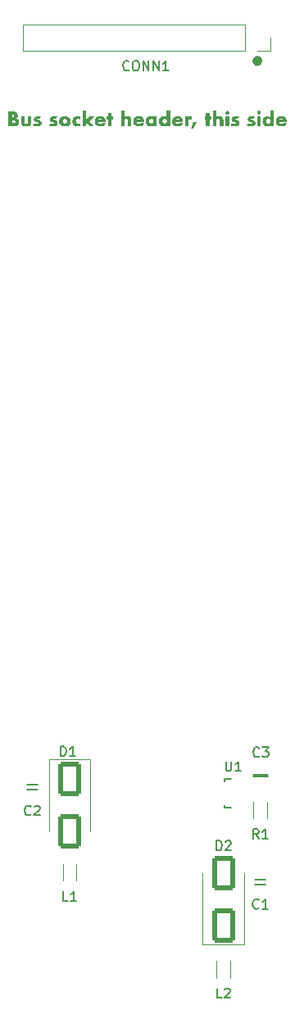
<source format=gbr>
%TF.GenerationSoftware,KiCad,Pcbnew,9.0.6*%
%TF.CreationDate,2025-12-17T11:15:49-05:00*%
%TF.ProjectId,lichen-crustose-processing-board,6c696368-656e-42d6-9372-7573746f7365,1.0*%
%TF.SameCoordinates,Original*%
%TF.FileFunction,Legend,Top*%
%TF.FilePolarity,Positive*%
%FSLAX46Y46*%
G04 Gerber Fmt 4.6, Leading zero omitted, Abs format (unit mm)*
G04 Created by KiCad (PCBNEW 9.0.6) date 2025-12-17 11:15:49*
%MOMM*%
%LPD*%
G01*
G04 APERTURE LIST*
G04 Aperture macros list*
%AMRoundRect*
0 Rectangle with rounded corners*
0 $1 Rounding radius*
0 $2 $3 $4 $5 $6 $7 $8 $9 X,Y pos of 4 corners*
0 Add a 4 corners polygon primitive as box body*
4,1,4,$2,$3,$4,$5,$6,$7,$8,$9,$2,$3,0*
0 Add four circle primitives for the rounded corners*
1,1,$1+$1,$2,$3*
1,1,$1+$1,$4,$5*
1,1,$1+$1,$6,$7*
1,1,$1+$1,$8,$9*
0 Add four rect primitives between the rounded corners*
20,1,$1+$1,$2,$3,$4,$5,0*
20,1,$1+$1,$4,$5,$6,$7,0*
20,1,$1+$1,$6,$7,$8,$9,0*
20,1,$1+$1,$8,$9,$2,$3,0*%
G04 Aperture macros list end*
%ADD10C,0.550000*%
%ADD11C,0.250000*%
%ADD12C,0.150000*%
%ADD13C,0.152400*%
%ADD14C,0.120000*%
%ADD15C,0.125000*%
%ADD16R,1.300000X0.700000*%
%ADD17RoundRect,0.250000X0.900000X-1.500000X0.900000X1.500000X-0.900000X1.500000X-0.900000X-1.500000X0*%
%ADD18R,1.000000X1.000000*%
%ADD19C,4.400000*%
%ADD20R,1.700000X1.700000*%
%ADD21C,1.700000*%
%ADD22RoundRect,0.250000X-0.900000X1.500000X-0.900000X-1.500000X0.900000X-1.500000X0.900000X1.500000X0*%
%ADD23R,0.800100X0.800100*%
%ADD24C,2.540000*%
%ADD25R,1.200000X1.200000*%
%ADD26C,1.200000*%
%ADD27R,1.800000X1.800000*%
%ADD28C,1.800000*%
%ADD29C,2.032000*%
G04 APERTURE END LIST*
D10*
X136925000Y-114900000D02*
G75*
G02*
X136375000Y-114900000I-275000J0D01*
G01*
X136375000Y-114900000D02*
G75*
G02*
X136925000Y-114900000I275000J0D01*
G01*
D11*
G36*
X111578467Y-120155491D02*
G01*
X111661885Y-120175282D01*
X111729800Y-120206000D01*
X111784916Y-120246997D01*
X111829544Y-120299455D01*
X111862265Y-120362698D01*
X111882998Y-120438941D01*
X111890405Y-120531150D01*
X111885511Y-120605348D01*
X111871883Y-120666770D01*
X111850654Y-120717592D01*
X111820246Y-120763479D01*
X111780275Y-120805133D01*
X111729522Y-120842828D01*
X111808169Y-120863439D01*
X111870230Y-120890870D01*
X111923558Y-120927427D01*
X111964691Y-120970286D01*
X111995858Y-121020114D01*
X112016837Y-121076202D01*
X112028611Y-121136275D01*
X112032652Y-121201608D01*
X112023216Y-121301566D01*
X111996406Y-121386000D01*
X111952607Y-121460226D01*
X111894423Y-121521237D01*
X111822998Y-121568562D01*
X111734651Y-121603559D01*
X111637192Y-121623817D01*
X111523076Y-121631000D01*
X110905618Y-121631000D01*
X110905618Y-121330092D01*
X111288590Y-121330092D01*
X111373050Y-121330092D01*
X111470522Y-121324884D01*
X111537313Y-121311611D01*
X111581291Y-121293077D01*
X111615960Y-121263727D01*
X111636775Y-121225124D01*
X111644208Y-121174168D01*
X111636770Y-121123158D01*
X111615952Y-121084560D01*
X111581291Y-121055258D01*
X111537313Y-121036724D01*
X111470522Y-121023452D01*
X111373050Y-121018243D01*
X111288590Y-121018243D01*
X111288590Y-121330092D01*
X110905618Y-121330092D01*
X110905618Y-120733749D01*
X111288590Y-120733749D01*
X111359457Y-120733749D01*
X111430999Y-120726559D01*
X111480102Y-120707770D01*
X111512940Y-120679540D01*
X111532984Y-120641041D01*
X111540258Y-120588681D01*
X111532988Y-120536396D01*
X111512953Y-120497945D01*
X111480121Y-120469743D01*
X111431016Y-120450969D01*
X111359457Y-120443784D01*
X111288590Y-120443784D01*
X111288590Y-120733749D01*
X110905618Y-120733749D01*
X110905618Y-120148348D01*
X111476144Y-120148348D01*
X111578467Y-120155491D01*
G37*
G36*
X112583859Y-120624328D02*
G01*
X112583859Y-121192547D01*
X112592077Y-121263746D01*
X112614007Y-121314011D01*
X112648139Y-121348949D01*
X112696552Y-121371099D01*
X112764403Y-121379332D01*
X112832255Y-121371099D01*
X112880668Y-121348949D01*
X112914800Y-121314011D01*
X112936729Y-121263746D01*
X112944948Y-121192547D01*
X112944948Y-120624328D01*
X113300565Y-120624328D01*
X113300565Y-121260678D01*
X113291267Y-121361038D01*
X113265193Y-121443333D01*
X113223659Y-121511214D01*
X113166012Y-121567142D01*
X113097398Y-121608591D01*
X113010405Y-121640562D01*
X112900997Y-121661604D01*
X112764403Y-121669297D01*
X112627810Y-121661604D01*
X112518402Y-121640562D01*
X112431409Y-121608591D01*
X112362795Y-121567142D01*
X112305148Y-121511214D01*
X112263614Y-121443333D01*
X112237540Y-121361038D01*
X112228241Y-121260678D01*
X112228241Y-120624328D01*
X112583859Y-120624328D01*
G37*
G36*
X114207903Y-120883348D02*
G01*
X114140993Y-120854303D01*
X114077063Y-120837635D01*
X114015220Y-120832228D01*
X113969173Y-120837535D01*
X113935548Y-120851889D01*
X113912558Y-120875283D01*
X113905115Y-120904975D01*
X113909988Y-120933442D01*
X113931616Y-120954044D01*
X113980769Y-120971825D01*
X114066254Y-120991486D01*
X114161627Y-121018228D01*
X114233466Y-121053631D01*
X114286464Y-121096547D01*
X114326404Y-121150762D01*
X114350709Y-121214379D01*
X114359211Y-121290085D01*
X114350139Y-121375153D01*
X114323906Y-121449173D01*
X114281733Y-121514232D01*
X114225769Y-121568083D01*
X114158076Y-121610088D01*
X114074717Y-121642711D01*
X113983759Y-121662417D01*
X113880581Y-121669297D01*
X113780753Y-121662368D01*
X113681036Y-121641419D01*
X113580562Y-121605827D01*
X113478545Y-121554490D01*
X113607798Y-121304019D01*
X113711209Y-121363573D01*
X113804881Y-121396368D01*
X113891352Y-121406687D01*
X113937452Y-121400900D01*
X113972050Y-121384974D01*
X113995990Y-121359813D01*
X114003594Y-121329750D01*
X113998636Y-121297181D01*
X113977948Y-121273501D01*
X113931701Y-121253840D01*
X113852029Y-121235033D01*
X113743461Y-121205817D01*
X113669249Y-121172092D01*
X113620878Y-121135443D01*
X113585222Y-121087587D01*
X113562954Y-121027886D01*
X113554969Y-120952933D01*
X113563054Y-120871152D01*
X113586342Y-120800085D01*
X113624603Y-120737278D01*
X113676614Y-120684766D01*
X113740292Y-120643490D01*
X113818775Y-120611762D01*
X113905051Y-120592718D01*
X114004278Y-120586031D01*
X114114088Y-120593223D01*
X114221681Y-120614774D01*
X114327924Y-120651000D01*
X114207903Y-120883348D01*
G37*
G36*
X115871099Y-120883348D02*
G01*
X115804189Y-120854303D01*
X115740259Y-120837635D01*
X115678416Y-120832228D01*
X115632369Y-120837535D01*
X115598744Y-120851889D01*
X115575754Y-120875283D01*
X115568311Y-120904975D01*
X115573184Y-120933442D01*
X115594812Y-120954044D01*
X115643965Y-120971825D01*
X115729450Y-120991486D01*
X115824823Y-121018228D01*
X115896662Y-121053631D01*
X115949660Y-121096547D01*
X115989600Y-121150762D01*
X116013905Y-121214379D01*
X116022408Y-121290085D01*
X116013335Y-121375153D01*
X115987102Y-121449173D01*
X115944929Y-121514232D01*
X115888965Y-121568083D01*
X115821272Y-121610088D01*
X115737913Y-121642711D01*
X115646955Y-121662417D01*
X115543777Y-121669297D01*
X115443950Y-121662368D01*
X115344232Y-121641419D01*
X115243758Y-121605827D01*
X115141741Y-121554490D01*
X115270994Y-121304019D01*
X115374405Y-121363573D01*
X115468077Y-121396368D01*
X115554548Y-121406687D01*
X115600648Y-121400900D01*
X115635246Y-121384974D01*
X115659186Y-121359813D01*
X115666790Y-121329750D01*
X115661832Y-121297181D01*
X115641144Y-121273501D01*
X115594897Y-121253840D01*
X115515225Y-121235033D01*
X115406657Y-121205817D01*
X115332445Y-121172092D01*
X115284074Y-121135443D01*
X115248419Y-121087587D01*
X115226150Y-121027886D01*
X115218165Y-120952933D01*
X115226250Y-120871152D01*
X115249538Y-120800085D01*
X115287799Y-120737278D01*
X115339810Y-120684766D01*
X115403488Y-120643490D01*
X115481971Y-120611762D01*
X115568247Y-120592718D01*
X115667474Y-120586031D01*
X115777285Y-120593223D01*
X115884877Y-120614774D01*
X115991120Y-120651000D01*
X115871099Y-120883348D01*
G37*
G36*
X116889438Y-120596349D02*
G01*
X117003348Y-120626380D01*
X117107578Y-120675094D01*
X117195176Y-120738451D01*
X117245328Y-120789357D01*
X117287289Y-120846161D01*
X117321438Y-120909421D01*
X117346182Y-120976896D01*
X117361307Y-121049671D01*
X117366488Y-121128690D01*
X117361196Y-121207608D01*
X117345737Y-121280349D01*
X117320412Y-121347873D01*
X117265728Y-121440406D01*
X117194150Y-121518843D01*
X117138032Y-121562438D01*
X117074078Y-121599497D01*
X117001382Y-121629974D01*
X116885576Y-121659236D01*
X116757664Y-121669297D01*
X116631785Y-121659214D01*
X116518733Y-121629974D01*
X116448087Y-121599520D01*
X116385409Y-121562173D01*
X116329897Y-121517903D01*
X116281014Y-121466420D01*
X116239671Y-121408637D01*
X116205602Y-121343941D01*
X116180912Y-121275157D01*
X116165760Y-121200436D01*
X116160927Y-121124672D01*
X116534890Y-121124672D01*
X116539646Y-121174245D01*
X116553440Y-121218192D01*
X116575149Y-121258066D01*
X116602338Y-121292051D01*
X116635416Y-121320014D01*
X116674658Y-121341291D01*
X116717772Y-121354534D01*
X116763562Y-121358986D01*
X116809341Y-121354532D01*
X116852381Y-121341291D01*
X116891679Y-121320005D01*
X116924702Y-121292051D01*
X116951939Y-121258057D01*
X116973599Y-121218192D01*
X116987440Y-121174502D01*
X116992149Y-121126638D01*
X116987488Y-121080554D01*
X116973599Y-121037135D01*
X116951939Y-120997271D01*
X116924702Y-120963276D01*
X116891679Y-120935323D01*
X116852381Y-120914037D01*
X116809341Y-120900795D01*
X116763562Y-120896341D01*
X116717772Y-120900794D01*
X116674658Y-120914037D01*
X116635416Y-120935314D01*
X116602338Y-120963276D01*
X116575093Y-120997113D01*
X116553440Y-121036195D01*
X116539575Y-121078735D01*
X116534890Y-121124672D01*
X116160927Y-121124672D01*
X116160551Y-121118773D01*
X116165646Y-121045068D01*
X116180684Y-120975542D01*
X116205602Y-120909421D01*
X116259410Y-120818564D01*
X116330837Y-120740417D01*
X116417622Y-120676876D01*
X116521725Y-120627320D01*
X116596499Y-120604676D01*
X116676816Y-120590788D01*
X116763477Y-120586031D01*
X116889438Y-120596349D01*
G37*
G36*
X118331186Y-120950026D02*
G01*
X118267155Y-120914094D01*
X118205069Y-120893600D01*
X118143718Y-120886938D01*
X118093669Y-120891441D01*
X118047975Y-120904633D01*
X118006203Y-120926110D01*
X117970012Y-120954899D01*
X117940276Y-120990274D01*
X117917695Y-121031835D01*
X117903815Y-121078072D01*
X117898974Y-121131425D01*
X117903769Y-121182988D01*
X117917695Y-121228964D01*
X117940088Y-121270576D01*
X117969072Y-121305815D01*
X118004558Y-121334450D01*
X118046949Y-121356080D01*
X118093529Y-121369359D01*
X118143718Y-121373861D01*
X118208481Y-121366382D01*
X118270500Y-121343828D01*
X118331186Y-121304874D01*
X118331186Y-121606978D01*
X118242087Y-121639428D01*
X118159362Y-121657901D01*
X118081912Y-121663826D01*
X117974281Y-121654405D01*
X117872901Y-121626469D01*
X117779399Y-121580805D01*
X117698255Y-121519271D01*
X117630599Y-121442905D01*
X117577551Y-121351976D01*
X117552805Y-121285657D01*
X117537631Y-121213534D01*
X117532415Y-121134588D01*
X117537390Y-121055433D01*
X117551898Y-120982589D01*
X117575584Y-120915148D01*
X117626922Y-120822225D01*
X117693297Y-120744007D01*
X117774307Y-120680516D01*
X117870935Y-120631851D01*
X117976850Y-120601738D01*
X118091657Y-120591502D01*
X118176729Y-120597757D01*
X118256224Y-120616169D01*
X118331186Y-120646640D01*
X118331186Y-120950026D01*
G37*
G36*
X118935736Y-120000630D02*
G01*
X118935736Y-120987383D01*
X119308109Y-120624328D01*
X119794177Y-120624328D01*
X119290413Y-121089367D01*
X119823583Y-121631000D01*
X119325719Y-121631000D01*
X118935736Y-121220842D01*
X118935736Y-121631000D01*
X118580119Y-121631000D01*
X118580119Y-120000630D01*
X118935736Y-120000630D01*
G37*
G36*
X120529750Y-120596006D02*
G01*
X120635776Y-120624414D01*
X120701037Y-120654227D01*
X120758228Y-120691228D01*
X120808200Y-120735544D01*
X120850951Y-120786865D01*
X120886851Y-120845878D01*
X120915911Y-120913524D01*
X120943470Y-121022861D01*
X120953182Y-121150488D01*
X120953182Y-121187845D01*
X120209121Y-121187845D01*
X120216137Y-121263396D01*
X120235037Y-121319747D01*
X120264020Y-121361445D01*
X120303362Y-121391430D01*
X120355360Y-121410597D01*
X120423945Y-121417629D01*
X120479248Y-121411445D01*
X120525453Y-121393815D01*
X120564580Y-121364916D01*
X120597736Y-121323339D01*
X120939505Y-121323339D01*
X120902985Y-121416090D01*
X120855381Y-121491936D01*
X120796768Y-121553365D01*
X120726206Y-121601911D01*
X120641814Y-121638032D01*
X120540912Y-121661069D01*
X120420183Y-121669297D01*
X120296483Y-121659410D01*
X120186980Y-121630914D01*
X120087811Y-121583882D01*
X120005752Y-121521835D01*
X119939117Y-121444483D01*
X119889150Y-121352746D01*
X119866685Y-121286052D01*
X119852818Y-121213007D01*
X119848032Y-121132622D01*
X119852611Y-121049389D01*
X119864799Y-120979946D01*
X120218866Y-120979946D01*
X120623125Y-120979946D01*
X120606936Y-120933028D01*
X120582914Y-120893694D01*
X120550804Y-120860780D01*
X120512291Y-120836047D01*
X120468513Y-120821024D01*
X120418046Y-120815815D01*
X120364921Y-120820964D01*
X120320953Y-120835486D01*
X120284262Y-120858814D01*
X120254623Y-120890529D01*
X120232791Y-120930315D01*
X120218866Y-120979946D01*
X119864799Y-120979946D01*
X119865842Y-120974006D01*
X119887184Y-120905488D01*
X119917470Y-120840612D01*
X119954673Y-120783545D01*
X119998913Y-120733493D01*
X120078136Y-120671366D01*
X120174243Y-120624414D01*
X120281400Y-120596023D01*
X120406506Y-120586031D01*
X120529750Y-120596006D01*
G37*
G36*
X121561835Y-120919764D02*
G01*
X121561835Y-121631000D01*
X121206218Y-121631000D01*
X121206218Y-120919764D01*
X121091326Y-120919764D01*
X121091326Y-120624328D01*
X121206218Y-120624328D01*
X121206218Y-120323421D01*
X121561835Y-120323421D01*
X121561835Y-120624328D01*
X121764264Y-120624328D01*
X121764264Y-120919764D01*
X121561835Y-120919764D01*
G37*
G36*
X122564403Y-120000630D02*
G01*
X122920021Y-120000630D01*
X122920021Y-120752556D01*
X122971688Y-120696827D01*
X123020456Y-120657981D01*
X123066970Y-120633048D01*
X123145491Y-120610520D01*
X123241530Y-120602444D01*
X123336344Y-120609921D01*
X123413753Y-120630726D01*
X123477041Y-120663329D01*
X123528674Y-120707505D01*
X123569909Y-120762496D01*
X123600084Y-120826820D01*
X123619068Y-120902266D01*
X123625785Y-120991144D01*
X123625785Y-121631000D01*
X123270168Y-121631000D01*
X123270168Y-121123817D01*
X123266854Y-121051164D01*
X123258371Y-121000548D01*
X123242076Y-120957725D01*
X123219218Y-120928056D01*
X123185972Y-120905319D01*
X123148595Y-120891648D01*
X123105865Y-120886938D01*
X123048223Y-120893481D01*
X123003216Y-120911648D01*
X122967893Y-120940794D01*
X122942413Y-120979433D01*
X122926020Y-121029568D01*
X122920021Y-121094496D01*
X122920021Y-121631000D01*
X122564403Y-121631000D01*
X122564403Y-120000630D01*
G37*
G36*
X124508564Y-120596006D02*
G01*
X124614590Y-120624414D01*
X124679850Y-120654227D01*
X124737041Y-120691228D01*
X124787013Y-120735544D01*
X124829765Y-120786865D01*
X124865664Y-120845878D01*
X124894724Y-120913524D01*
X124922284Y-121022861D01*
X124931996Y-121150488D01*
X124931996Y-121187845D01*
X124187934Y-121187845D01*
X124194951Y-121263396D01*
X124213851Y-121319747D01*
X124242834Y-121361445D01*
X124282176Y-121391430D01*
X124334174Y-121410597D01*
X124402758Y-121417629D01*
X124458061Y-121411445D01*
X124504267Y-121393815D01*
X124543394Y-121364916D01*
X124576549Y-121323339D01*
X124918318Y-121323339D01*
X124881799Y-121416090D01*
X124834194Y-121491936D01*
X124775582Y-121553365D01*
X124705020Y-121601911D01*
X124620627Y-121638032D01*
X124519726Y-121661069D01*
X124398997Y-121669297D01*
X124275297Y-121659410D01*
X124165794Y-121630914D01*
X124066625Y-121583882D01*
X123984566Y-121521835D01*
X123917931Y-121444483D01*
X123867964Y-121352746D01*
X123845499Y-121286052D01*
X123831632Y-121213007D01*
X123826846Y-121132622D01*
X123831425Y-121049389D01*
X123843613Y-120979946D01*
X124197680Y-120979946D01*
X124601938Y-120979946D01*
X124585749Y-120933028D01*
X124561728Y-120893694D01*
X124529618Y-120860780D01*
X124491104Y-120836047D01*
X124447327Y-120821024D01*
X124396860Y-120815815D01*
X124343735Y-120820964D01*
X124299767Y-120835486D01*
X124263076Y-120858814D01*
X124233437Y-120890529D01*
X124211605Y-120930315D01*
X124197680Y-120979946D01*
X123843613Y-120979946D01*
X123844656Y-120974006D01*
X123865998Y-120905488D01*
X123896284Y-120840612D01*
X123933487Y-120783545D01*
X123977727Y-120733493D01*
X124056949Y-120671366D01*
X124153057Y-120624414D01*
X124260214Y-120596023D01*
X124385319Y-120586031D01*
X124508564Y-120596006D01*
G37*
G36*
X125689932Y-120600085D02*
G01*
X125771100Y-120624958D01*
X125843955Y-120665874D01*
X125909944Y-120724004D01*
X125909944Y-120624328D01*
X126265562Y-120624328D01*
X126265562Y-121631000D01*
X125909944Y-121631000D01*
X125909944Y-121519613D01*
X125847929Y-121582828D01*
X125777296Y-121627248D01*
X125696317Y-121654378D01*
X125602284Y-121663826D01*
X125495846Y-121653522D01*
X125400368Y-121623477D01*
X125314124Y-121574990D01*
X125239742Y-121510380D01*
X125179114Y-121431729D01*
X125132971Y-121339239D01*
X125104538Y-121237660D01*
X125094759Y-121124672D01*
X125461319Y-121124672D01*
X125465820Y-121172662D01*
X125479014Y-121216397D01*
X125500094Y-121256313D01*
X125527228Y-121290427D01*
X125560497Y-121318396D01*
X125600061Y-121339752D01*
X125643700Y-121352949D01*
X125691530Y-121357448D01*
X125737654Y-121352993D01*
X125781033Y-121339752D01*
X125820581Y-121318392D01*
X125853781Y-121290427D01*
X125881252Y-121256506D01*
X125903020Y-121217423D01*
X125917017Y-121174717D01*
X125921741Y-121128690D01*
X125917034Y-121082379D01*
X125903020Y-121038845D01*
X125881187Y-120998914D01*
X125853781Y-120964900D01*
X125820578Y-120936955D01*
X125781033Y-120915661D01*
X125737650Y-120902355D01*
X125691530Y-120897880D01*
X125643704Y-120902400D01*
X125600061Y-120915661D01*
X125560500Y-120936950D01*
X125527228Y-120964900D01*
X125499986Y-120998647D01*
X125479014Y-121036964D01*
X125465817Y-121078741D01*
X125461319Y-121124672D01*
X125094759Y-121124672D01*
X125104141Y-121018694D01*
X125131945Y-120919080D01*
X125176898Y-120827295D01*
X125235810Y-120748965D01*
X125308531Y-120683951D01*
X125394555Y-120633817D01*
X125457232Y-120610574D01*
X125524867Y-120596369D01*
X125598351Y-120591502D01*
X125689932Y-120600085D01*
G37*
G36*
X127638793Y-121631000D02*
G01*
X127283175Y-121631000D01*
X127283175Y-121519613D01*
X127221160Y-121582828D01*
X127150527Y-121627248D01*
X127069548Y-121654378D01*
X126975515Y-121663826D01*
X126903243Y-121659097D01*
X126836207Y-121645254D01*
X126773599Y-121622536D01*
X126687315Y-121573251D01*
X126612973Y-121508414D01*
X126552345Y-121429763D01*
X126506202Y-121337273D01*
X126477728Y-121235947D01*
X126467990Y-121124672D01*
X126834550Y-121124672D01*
X126839051Y-121172662D01*
X126852245Y-121216397D01*
X126873325Y-121256313D01*
X126900459Y-121290427D01*
X126933728Y-121318396D01*
X126973292Y-121339752D01*
X127016931Y-121352949D01*
X127064761Y-121357448D01*
X127110885Y-121352993D01*
X127154264Y-121339752D01*
X127193812Y-121318392D01*
X127227012Y-121290427D01*
X127254483Y-121256506D01*
X127276251Y-121217423D01*
X127290248Y-121174717D01*
X127294972Y-121128690D01*
X127290265Y-121082379D01*
X127276251Y-121038845D01*
X127254418Y-120998914D01*
X127227012Y-120964900D01*
X127193809Y-120936955D01*
X127154264Y-120915661D01*
X127110881Y-120902355D01*
X127064761Y-120897880D01*
X127018641Y-120902355D01*
X126975258Y-120915661D01*
X126935698Y-120936950D01*
X126902425Y-120964900D01*
X126874974Y-120998609D01*
X126853271Y-121036964D01*
X126839298Y-121078792D01*
X126834550Y-121124672D01*
X126467990Y-121124672D01*
X126477141Y-121018654D01*
X126504236Y-120919080D01*
X126548394Y-120827330D01*
X126607074Y-120748965D01*
X126679948Y-120684010D01*
X126766760Y-120633817D01*
X126830099Y-120610546D01*
X126898090Y-120596354D01*
X126971582Y-120591502D01*
X127063217Y-120600034D01*
X127144407Y-120624753D01*
X127217244Y-120665387D01*
X127283175Y-120723063D01*
X127283175Y-120000630D01*
X127638793Y-120000630D01*
X127638793Y-121631000D01*
G37*
G36*
X128522939Y-120596006D02*
G01*
X128628965Y-120624414D01*
X128694226Y-120654227D01*
X128751417Y-120691228D01*
X128801389Y-120735544D01*
X128844140Y-120786865D01*
X128880040Y-120845878D01*
X128909100Y-120913524D01*
X128936659Y-121022861D01*
X128946371Y-121150488D01*
X128946371Y-121187845D01*
X128202310Y-121187845D01*
X128209326Y-121263396D01*
X128228226Y-121319747D01*
X128257209Y-121361445D01*
X128296551Y-121391430D01*
X128348549Y-121410597D01*
X128417134Y-121417629D01*
X128472437Y-121411445D01*
X128518642Y-121393815D01*
X128557769Y-121364916D01*
X128590925Y-121323339D01*
X128932694Y-121323339D01*
X128896174Y-121416090D01*
X128848570Y-121491936D01*
X128789957Y-121553365D01*
X128719395Y-121601911D01*
X128635003Y-121638032D01*
X128534101Y-121661069D01*
X128413372Y-121669297D01*
X128289672Y-121659410D01*
X128180169Y-121630914D01*
X128081001Y-121583882D01*
X127998941Y-121521835D01*
X127932306Y-121444483D01*
X127882340Y-121352746D01*
X127859875Y-121286052D01*
X127846007Y-121213007D01*
X127841221Y-121132622D01*
X127845800Y-121049389D01*
X127857988Y-120979946D01*
X128212055Y-120979946D01*
X128616314Y-120979946D01*
X128600125Y-120933028D01*
X128576104Y-120893694D01*
X128543993Y-120860780D01*
X128505480Y-120836047D01*
X128461702Y-120821024D01*
X128411235Y-120815815D01*
X128358111Y-120820964D01*
X128314142Y-120835486D01*
X128277451Y-120858814D01*
X128247812Y-120890529D01*
X128225980Y-120930315D01*
X128212055Y-120979946D01*
X127857988Y-120979946D01*
X127859031Y-120974006D01*
X127880373Y-120905488D01*
X127910659Y-120840612D01*
X127947862Y-120783545D01*
X127992102Y-120733493D01*
X128071325Y-120671366D01*
X128167432Y-120624414D01*
X128274589Y-120596023D01*
X128399695Y-120586031D01*
X128522939Y-120596006D01*
G37*
G36*
X129147432Y-120624328D02*
G01*
X129503050Y-120624328D01*
X129503050Y-120790255D01*
X129544600Y-120733260D01*
X129590816Y-120687192D01*
X129641963Y-120650914D01*
X129698591Y-120624429D01*
X129762087Y-120608110D01*
X129833877Y-120602444D01*
X129864224Y-120602444D01*
X129902435Y-120606462D01*
X129902435Y-120947974D01*
X129829378Y-120921651D01*
X129749674Y-120912755D01*
X129670758Y-120921782D01*
X129610600Y-120946618D01*
X129564684Y-120986186D01*
X129532187Y-121038656D01*
X129510923Y-121108408D01*
X129503050Y-121200497D01*
X129503050Y-121631000D01*
X129147432Y-121631000D01*
X129147432Y-120624328D01*
G37*
G36*
X130073576Y-121253498D02*
G01*
X130406711Y-121253498D01*
X130046136Y-121904551D01*
X129818746Y-121904551D01*
X130073576Y-121253498D01*
G37*
G36*
X131688730Y-120919764D02*
G01*
X131688730Y-121631000D01*
X131333112Y-121631000D01*
X131333112Y-120919764D01*
X131218221Y-120919764D01*
X131218221Y-120624328D01*
X131333112Y-120624328D01*
X131333112Y-120323421D01*
X131688730Y-120323421D01*
X131688730Y-120624328D01*
X131891158Y-120624328D01*
X131891158Y-120919764D01*
X131688730Y-120919764D01*
G37*
G36*
X132070335Y-120000630D02*
G01*
X132425953Y-120000630D01*
X132425953Y-120752556D01*
X132477619Y-120696827D01*
X132526387Y-120657981D01*
X132572901Y-120633048D01*
X132651423Y-120610520D01*
X132747462Y-120602444D01*
X132842276Y-120609921D01*
X132919685Y-120630726D01*
X132982972Y-120663329D01*
X133034606Y-120707505D01*
X133075841Y-120762496D01*
X133106016Y-120826820D01*
X133125000Y-120902266D01*
X133131717Y-120991144D01*
X133131717Y-121631000D01*
X132776099Y-121631000D01*
X132776099Y-121123817D01*
X132772786Y-121051164D01*
X132764302Y-121000548D01*
X132748008Y-120957725D01*
X132725150Y-120928056D01*
X132691904Y-120905319D01*
X132654527Y-120891648D01*
X132611797Y-120886938D01*
X132554155Y-120893481D01*
X132509147Y-120911648D01*
X132473824Y-120940794D01*
X132448345Y-120979433D01*
X132431952Y-121029568D01*
X132425953Y-121094496D01*
X132425953Y-121631000D01*
X132070335Y-121631000D01*
X132070335Y-120000630D01*
G37*
G36*
X133726692Y-120624328D02*
G01*
X133726692Y-121631000D01*
X133371075Y-121631000D01*
X133371075Y-120624328D01*
X133726692Y-120624328D01*
G37*
G36*
X133349191Y-120238620D02*
G01*
X133353142Y-120198541D01*
X133364834Y-120161341D01*
X133383521Y-120127222D01*
X133407919Y-120097655D01*
X133437495Y-120073208D01*
X133471605Y-120054571D01*
X133508866Y-120042875D01*
X133548883Y-120038927D01*
X133588963Y-120042879D01*
X133626162Y-120054571D01*
X133660257Y-120073212D01*
X133689763Y-120097655D01*
X133714210Y-120127231D01*
X133732847Y-120161341D01*
X133744604Y-120198545D01*
X133748576Y-120238620D01*
X133744606Y-120278707D01*
X133732847Y-120315984D01*
X133714215Y-120350022D01*
X133689763Y-120379585D01*
X133660266Y-120403978D01*
X133626162Y-120422669D01*
X133588963Y-120434361D01*
X133548883Y-120438313D01*
X133508866Y-120434365D01*
X133471605Y-120422669D01*
X133437485Y-120403982D01*
X133407919Y-120379585D01*
X133383516Y-120350032D01*
X133364834Y-120315984D01*
X133353140Y-120278711D01*
X133349191Y-120238620D01*
G37*
G36*
X134638133Y-120883348D02*
G01*
X134571223Y-120854303D01*
X134507293Y-120837635D01*
X134445450Y-120832228D01*
X134399403Y-120837535D01*
X134365778Y-120851889D01*
X134342788Y-120875283D01*
X134335345Y-120904975D01*
X134340218Y-120933442D01*
X134361846Y-120954044D01*
X134411000Y-120971825D01*
X134496485Y-120991486D01*
X134591857Y-121018228D01*
X134663696Y-121053631D01*
X134716694Y-121096547D01*
X134756634Y-121150762D01*
X134780939Y-121214379D01*
X134789442Y-121290085D01*
X134780369Y-121375153D01*
X134754136Y-121449173D01*
X134711963Y-121514232D01*
X134656000Y-121568083D01*
X134588306Y-121610088D01*
X134504948Y-121642711D01*
X134413989Y-121662417D01*
X134310811Y-121669297D01*
X134210984Y-121662368D01*
X134111266Y-121641419D01*
X134010792Y-121605827D01*
X133908775Y-121554490D01*
X134038029Y-121304019D01*
X134141439Y-121363573D01*
X134235111Y-121396368D01*
X134321582Y-121406687D01*
X134367682Y-121400900D01*
X134402280Y-121384974D01*
X134426220Y-121359813D01*
X134433824Y-121329750D01*
X134428866Y-121297181D01*
X134408179Y-121273501D01*
X134361931Y-121253840D01*
X134282259Y-121235033D01*
X134173691Y-121205817D01*
X134099479Y-121172092D01*
X134051108Y-121135443D01*
X134015453Y-121087587D01*
X133993184Y-121027886D01*
X133985199Y-120952933D01*
X133993284Y-120871152D01*
X134016572Y-120800085D01*
X134054833Y-120737278D01*
X134106844Y-120684766D01*
X134170523Y-120643490D01*
X134249006Y-120611762D01*
X134335281Y-120592718D01*
X134434508Y-120586031D01*
X134544319Y-120593223D01*
X134651912Y-120614774D01*
X134758154Y-120651000D01*
X134638133Y-120883348D01*
G37*
G36*
X136301329Y-120883348D02*
G01*
X136234419Y-120854303D01*
X136170489Y-120837635D01*
X136108646Y-120832228D01*
X136062599Y-120837535D01*
X136028974Y-120851889D01*
X136005984Y-120875283D01*
X135998542Y-120904975D01*
X136003414Y-120933442D01*
X136025042Y-120954044D01*
X136074196Y-120971825D01*
X136159681Y-120991486D01*
X136255053Y-121018228D01*
X136326892Y-121053631D01*
X136379890Y-121096547D01*
X136419830Y-121150762D01*
X136444135Y-121214379D01*
X136452638Y-121290085D01*
X136443566Y-121375153D01*
X136417333Y-121449173D01*
X136375159Y-121514232D01*
X136319196Y-121568083D01*
X136251502Y-121610088D01*
X136168144Y-121642711D01*
X136077185Y-121662417D01*
X135974007Y-121669297D01*
X135874180Y-121662368D01*
X135774462Y-121641419D01*
X135673989Y-121605827D01*
X135571971Y-121554490D01*
X135701225Y-121304019D01*
X135804635Y-121363573D01*
X135898307Y-121396368D01*
X135984778Y-121406687D01*
X136030878Y-121400900D01*
X136065476Y-121384974D01*
X136089416Y-121359813D01*
X136097020Y-121329750D01*
X136092062Y-121297181D01*
X136071375Y-121273501D01*
X136025127Y-121253840D01*
X135945455Y-121235033D01*
X135836887Y-121205817D01*
X135762675Y-121172092D01*
X135714304Y-121135443D01*
X135678649Y-121087587D01*
X135656380Y-121027886D01*
X135648395Y-120952933D01*
X135656480Y-120871152D01*
X135679768Y-120800085D01*
X135718029Y-120737278D01*
X135770040Y-120684766D01*
X135833719Y-120643490D01*
X135912202Y-120611762D01*
X135998477Y-120592718D01*
X136097704Y-120586031D01*
X136207515Y-120593223D01*
X136315108Y-120614774D01*
X136421350Y-120651000D01*
X136301329Y-120883348D01*
G37*
G36*
X136984696Y-120624328D02*
G01*
X136984696Y-121631000D01*
X136629079Y-121631000D01*
X136629079Y-120624328D01*
X136984696Y-120624328D01*
G37*
G36*
X136607195Y-120238620D02*
G01*
X136611146Y-120198541D01*
X136622838Y-120161341D01*
X136641525Y-120127222D01*
X136665923Y-120097655D01*
X136695499Y-120073208D01*
X136729609Y-120054571D01*
X136766870Y-120042875D01*
X136806888Y-120038927D01*
X136846967Y-120042879D01*
X136884166Y-120054571D01*
X136918261Y-120073212D01*
X136947767Y-120097655D01*
X136972214Y-120127231D01*
X136990851Y-120161341D01*
X137002608Y-120198545D01*
X137006581Y-120238620D01*
X137002610Y-120278707D01*
X136990851Y-120315984D01*
X136972219Y-120350022D01*
X136947767Y-120379585D01*
X136918270Y-120403978D01*
X136884166Y-120422669D01*
X136846967Y-120434361D01*
X136806888Y-120438313D01*
X136766870Y-120434365D01*
X136729609Y-120422669D01*
X136695490Y-120403982D01*
X136665923Y-120379585D01*
X136641520Y-120350032D01*
X136622838Y-120315984D01*
X136611144Y-120278711D01*
X136607195Y-120238620D01*
G37*
G36*
X138359295Y-121631000D02*
G01*
X138003678Y-121631000D01*
X138003678Y-121519613D01*
X137941662Y-121582828D01*
X137871029Y-121627248D01*
X137790050Y-121654378D01*
X137696017Y-121663826D01*
X137623745Y-121659097D01*
X137556710Y-121645254D01*
X137494102Y-121622536D01*
X137407817Y-121573251D01*
X137333475Y-121508414D01*
X137272847Y-121429763D01*
X137226704Y-121337273D01*
X137198230Y-121235947D01*
X137188493Y-121124672D01*
X137555052Y-121124672D01*
X137559553Y-121172662D01*
X137572748Y-121216397D01*
X137593827Y-121256313D01*
X137620961Y-121290427D01*
X137654231Y-121318396D01*
X137693795Y-121339752D01*
X137737433Y-121352949D01*
X137785263Y-121357448D01*
X137831387Y-121352993D01*
X137874766Y-121339752D01*
X137914315Y-121318392D01*
X137947514Y-121290427D01*
X137974986Y-121256506D01*
X137996753Y-121217423D01*
X138010750Y-121174717D01*
X138015475Y-121128690D01*
X138010768Y-121082379D01*
X137996753Y-121038845D01*
X137974920Y-120998914D01*
X137947514Y-120964900D01*
X137914311Y-120936955D01*
X137874766Y-120915661D01*
X137831383Y-120902355D01*
X137785263Y-120897880D01*
X137739144Y-120902355D01*
X137695761Y-120915661D01*
X137656200Y-120936950D01*
X137622927Y-120964900D01*
X137595477Y-120998609D01*
X137573774Y-121036964D01*
X137559801Y-121078792D01*
X137555052Y-121124672D01*
X137188493Y-121124672D01*
X137197644Y-121018654D01*
X137224738Y-120919080D01*
X137268896Y-120827330D01*
X137327577Y-120748965D01*
X137400450Y-120684010D01*
X137487263Y-120633817D01*
X137550602Y-120610546D01*
X137618592Y-120596354D01*
X137692085Y-120591502D01*
X137783720Y-120600034D01*
X137864910Y-120624753D01*
X137937746Y-120665387D01*
X138003678Y-120723063D01*
X138003678Y-120000630D01*
X138359295Y-120000630D01*
X138359295Y-121631000D01*
G37*
G36*
X139243442Y-120596006D02*
G01*
X139349468Y-120624414D01*
X139414728Y-120654227D01*
X139471919Y-120691228D01*
X139521891Y-120735544D01*
X139564643Y-120786865D01*
X139600542Y-120845878D01*
X139629602Y-120913524D01*
X139657162Y-121022861D01*
X139666874Y-121150488D01*
X139666874Y-121187845D01*
X138922812Y-121187845D01*
X138929829Y-121263396D01*
X138948729Y-121319747D01*
X138977712Y-121361445D01*
X139017054Y-121391430D01*
X139069052Y-121410597D01*
X139137636Y-121417629D01*
X139192939Y-121411445D01*
X139239145Y-121393815D01*
X139278271Y-121364916D01*
X139311427Y-121323339D01*
X139653196Y-121323339D01*
X139616677Y-121416090D01*
X139569072Y-121491936D01*
X139510459Y-121553365D01*
X139439897Y-121601911D01*
X139355505Y-121638032D01*
X139254604Y-121661069D01*
X139133875Y-121669297D01*
X139010175Y-121659410D01*
X138900672Y-121630914D01*
X138801503Y-121583882D01*
X138719444Y-121521835D01*
X138652809Y-121444483D01*
X138602842Y-121352746D01*
X138580377Y-121286052D01*
X138566510Y-121213007D01*
X138561724Y-121132622D01*
X138566302Y-121049389D01*
X138578491Y-120979946D01*
X138932558Y-120979946D01*
X139336816Y-120979946D01*
X139320627Y-120933028D01*
X139296606Y-120893694D01*
X139264496Y-120860780D01*
X139225982Y-120836047D01*
X139182205Y-120821024D01*
X139131738Y-120815815D01*
X139078613Y-120820964D01*
X139034645Y-120835486D01*
X138997954Y-120858814D01*
X138968315Y-120890529D01*
X138946483Y-120930315D01*
X138932558Y-120979946D01*
X138578491Y-120979946D01*
X138579534Y-120974006D01*
X138600876Y-120905488D01*
X138631162Y-120840612D01*
X138668365Y-120783545D01*
X138712605Y-120733493D01*
X138791827Y-120671366D01*
X138887934Y-120624414D01*
X138995092Y-120596023D01*
X139120197Y-120586031D01*
X139243442Y-120596006D01*
G37*
D12*
X113233333Y-192774580D02*
X113185714Y-192822200D01*
X113185714Y-192822200D02*
X113042857Y-192869819D01*
X113042857Y-192869819D02*
X112947619Y-192869819D01*
X112947619Y-192869819D02*
X112804762Y-192822200D01*
X112804762Y-192822200D02*
X112709524Y-192726961D01*
X112709524Y-192726961D02*
X112661905Y-192631723D01*
X112661905Y-192631723D02*
X112614286Y-192441247D01*
X112614286Y-192441247D02*
X112614286Y-192298390D01*
X112614286Y-192298390D02*
X112661905Y-192107914D01*
X112661905Y-192107914D02*
X112709524Y-192012676D01*
X112709524Y-192012676D02*
X112804762Y-191917438D01*
X112804762Y-191917438D02*
X112947619Y-191869819D01*
X112947619Y-191869819D02*
X113042857Y-191869819D01*
X113042857Y-191869819D02*
X113185714Y-191917438D01*
X113185714Y-191917438D02*
X113233333Y-191965057D01*
X113614286Y-191965057D02*
X113661905Y-191917438D01*
X113661905Y-191917438D02*
X113757143Y-191869819D01*
X113757143Y-191869819D02*
X113995238Y-191869819D01*
X113995238Y-191869819D02*
X114090476Y-191917438D01*
X114090476Y-191917438D02*
X114138095Y-191965057D01*
X114138095Y-191965057D02*
X114185714Y-192060295D01*
X114185714Y-192060295D02*
X114185714Y-192155533D01*
X114185714Y-192155533D02*
X114138095Y-192298390D01*
X114138095Y-192298390D02*
X113566667Y-192869819D01*
X113566667Y-192869819D02*
X114185714Y-192869819D01*
X132411905Y-196504819D02*
X132411905Y-195504819D01*
X132411905Y-195504819D02*
X132650000Y-195504819D01*
X132650000Y-195504819D02*
X132792857Y-195552438D01*
X132792857Y-195552438D02*
X132888095Y-195647676D01*
X132888095Y-195647676D02*
X132935714Y-195742914D01*
X132935714Y-195742914D02*
X132983333Y-195933390D01*
X132983333Y-195933390D02*
X132983333Y-196076247D01*
X132983333Y-196076247D02*
X132935714Y-196266723D01*
X132935714Y-196266723D02*
X132888095Y-196361961D01*
X132888095Y-196361961D02*
X132792857Y-196457200D01*
X132792857Y-196457200D02*
X132650000Y-196504819D01*
X132650000Y-196504819D02*
X132411905Y-196504819D01*
X133364286Y-195600057D02*
X133411905Y-195552438D01*
X133411905Y-195552438D02*
X133507143Y-195504819D01*
X133507143Y-195504819D02*
X133745238Y-195504819D01*
X133745238Y-195504819D02*
X133840476Y-195552438D01*
X133840476Y-195552438D02*
X133888095Y-195600057D01*
X133888095Y-195600057D02*
X133935714Y-195695295D01*
X133935714Y-195695295D02*
X133935714Y-195790533D01*
X133935714Y-195790533D02*
X133888095Y-195933390D01*
X133888095Y-195933390D02*
X133316667Y-196504819D01*
X133316667Y-196504819D02*
X133935714Y-196504819D01*
X136783333Y-195304819D02*
X136450000Y-194828628D01*
X136211905Y-195304819D02*
X136211905Y-194304819D01*
X136211905Y-194304819D02*
X136592857Y-194304819D01*
X136592857Y-194304819D02*
X136688095Y-194352438D01*
X136688095Y-194352438D02*
X136735714Y-194400057D01*
X136735714Y-194400057D02*
X136783333Y-194495295D01*
X136783333Y-194495295D02*
X136783333Y-194638152D01*
X136783333Y-194638152D02*
X136735714Y-194733390D01*
X136735714Y-194733390D02*
X136688095Y-194781009D01*
X136688095Y-194781009D02*
X136592857Y-194828628D01*
X136592857Y-194828628D02*
X136211905Y-194828628D01*
X137735714Y-195304819D02*
X137164286Y-195304819D01*
X137450000Y-195304819D02*
X137450000Y-194304819D01*
X137450000Y-194304819D02*
X137354762Y-194447676D01*
X137354762Y-194447676D02*
X137259524Y-194542914D01*
X137259524Y-194542914D02*
X137164286Y-194590533D01*
X117083333Y-201754819D02*
X116607143Y-201754819D01*
X116607143Y-201754819D02*
X116607143Y-200754819D01*
X117940476Y-201754819D02*
X117369048Y-201754819D01*
X117654762Y-201754819D02*
X117654762Y-200754819D01*
X117654762Y-200754819D02*
X117559524Y-200897676D01*
X117559524Y-200897676D02*
X117464286Y-200992914D01*
X117464286Y-200992914D02*
X117369048Y-201040533D01*
X123371904Y-115799580D02*
X123324285Y-115847200D01*
X123324285Y-115847200D02*
X123181428Y-115894819D01*
X123181428Y-115894819D02*
X123086190Y-115894819D01*
X123086190Y-115894819D02*
X122943333Y-115847200D01*
X122943333Y-115847200D02*
X122848095Y-115751961D01*
X122848095Y-115751961D02*
X122800476Y-115656723D01*
X122800476Y-115656723D02*
X122752857Y-115466247D01*
X122752857Y-115466247D02*
X122752857Y-115323390D01*
X122752857Y-115323390D02*
X122800476Y-115132914D01*
X122800476Y-115132914D02*
X122848095Y-115037676D01*
X122848095Y-115037676D02*
X122943333Y-114942438D01*
X122943333Y-114942438D02*
X123086190Y-114894819D01*
X123086190Y-114894819D02*
X123181428Y-114894819D01*
X123181428Y-114894819D02*
X123324285Y-114942438D01*
X123324285Y-114942438D02*
X123371904Y-114990057D01*
X123990952Y-114894819D02*
X124181428Y-114894819D01*
X124181428Y-114894819D02*
X124276666Y-114942438D01*
X124276666Y-114942438D02*
X124371904Y-115037676D01*
X124371904Y-115037676D02*
X124419523Y-115228152D01*
X124419523Y-115228152D02*
X124419523Y-115561485D01*
X124419523Y-115561485D02*
X124371904Y-115751961D01*
X124371904Y-115751961D02*
X124276666Y-115847200D01*
X124276666Y-115847200D02*
X124181428Y-115894819D01*
X124181428Y-115894819D02*
X123990952Y-115894819D01*
X123990952Y-115894819D02*
X123895714Y-115847200D01*
X123895714Y-115847200D02*
X123800476Y-115751961D01*
X123800476Y-115751961D02*
X123752857Y-115561485D01*
X123752857Y-115561485D02*
X123752857Y-115228152D01*
X123752857Y-115228152D02*
X123800476Y-115037676D01*
X123800476Y-115037676D02*
X123895714Y-114942438D01*
X123895714Y-114942438D02*
X123990952Y-114894819D01*
X124848095Y-115894819D02*
X124848095Y-114894819D01*
X124848095Y-114894819D02*
X125419523Y-115894819D01*
X125419523Y-115894819D02*
X125419523Y-114894819D01*
X125895714Y-115894819D02*
X125895714Y-114894819D01*
X125895714Y-114894819D02*
X126467142Y-115894819D01*
X126467142Y-115894819D02*
X126467142Y-114894819D01*
X127467142Y-115894819D02*
X126895714Y-115894819D01*
X127181428Y-115894819D02*
X127181428Y-114894819D01*
X127181428Y-114894819D02*
X127086190Y-115037676D01*
X127086190Y-115037676D02*
X126990952Y-115132914D01*
X126990952Y-115132914D02*
X126895714Y-115180533D01*
X136783333Y-202444580D02*
X136735714Y-202492200D01*
X136735714Y-202492200D02*
X136592857Y-202539819D01*
X136592857Y-202539819D02*
X136497619Y-202539819D01*
X136497619Y-202539819D02*
X136354762Y-202492200D01*
X136354762Y-202492200D02*
X136259524Y-202396961D01*
X136259524Y-202396961D02*
X136211905Y-202301723D01*
X136211905Y-202301723D02*
X136164286Y-202111247D01*
X136164286Y-202111247D02*
X136164286Y-201968390D01*
X136164286Y-201968390D02*
X136211905Y-201777914D01*
X136211905Y-201777914D02*
X136259524Y-201682676D01*
X136259524Y-201682676D02*
X136354762Y-201587438D01*
X136354762Y-201587438D02*
X136497619Y-201539819D01*
X136497619Y-201539819D02*
X136592857Y-201539819D01*
X136592857Y-201539819D02*
X136735714Y-201587438D01*
X136735714Y-201587438D02*
X136783333Y-201635057D01*
X137735714Y-202539819D02*
X137164286Y-202539819D01*
X137450000Y-202539819D02*
X137450000Y-201539819D01*
X137450000Y-201539819D02*
X137354762Y-201682676D01*
X137354762Y-201682676D02*
X137259524Y-201777914D01*
X137259524Y-201777914D02*
X137164286Y-201825533D01*
X136833333Y-186759580D02*
X136785714Y-186807200D01*
X136785714Y-186807200D02*
X136642857Y-186854819D01*
X136642857Y-186854819D02*
X136547619Y-186854819D01*
X136547619Y-186854819D02*
X136404762Y-186807200D01*
X136404762Y-186807200D02*
X136309524Y-186711961D01*
X136309524Y-186711961D02*
X136261905Y-186616723D01*
X136261905Y-186616723D02*
X136214286Y-186426247D01*
X136214286Y-186426247D02*
X136214286Y-186283390D01*
X136214286Y-186283390D02*
X136261905Y-186092914D01*
X136261905Y-186092914D02*
X136309524Y-185997676D01*
X136309524Y-185997676D02*
X136404762Y-185902438D01*
X136404762Y-185902438D02*
X136547619Y-185854819D01*
X136547619Y-185854819D02*
X136642857Y-185854819D01*
X136642857Y-185854819D02*
X136785714Y-185902438D01*
X136785714Y-185902438D02*
X136833333Y-185950057D01*
X137166667Y-185854819D02*
X137785714Y-185854819D01*
X137785714Y-185854819D02*
X137452381Y-186235771D01*
X137452381Y-186235771D02*
X137595238Y-186235771D01*
X137595238Y-186235771D02*
X137690476Y-186283390D01*
X137690476Y-186283390D02*
X137738095Y-186331009D01*
X137738095Y-186331009D02*
X137785714Y-186426247D01*
X137785714Y-186426247D02*
X137785714Y-186664342D01*
X137785714Y-186664342D02*
X137738095Y-186759580D01*
X137738095Y-186759580D02*
X137690476Y-186807200D01*
X137690476Y-186807200D02*
X137595238Y-186854819D01*
X137595238Y-186854819D02*
X137309524Y-186854819D01*
X137309524Y-186854819D02*
X137214286Y-186807200D01*
X137214286Y-186807200D02*
X137166667Y-186759580D01*
X116311905Y-186754819D02*
X116311905Y-185754819D01*
X116311905Y-185754819D02*
X116550000Y-185754819D01*
X116550000Y-185754819D02*
X116692857Y-185802438D01*
X116692857Y-185802438D02*
X116788095Y-185897676D01*
X116788095Y-185897676D02*
X116835714Y-185992914D01*
X116835714Y-185992914D02*
X116883333Y-186183390D01*
X116883333Y-186183390D02*
X116883333Y-186326247D01*
X116883333Y-186326247D02*
X116835714Y-186516723D01*
X116835714Y-186516723D02*
X116788095Y-186611961D01*
X116788095Y-186611961D02*
X116692857Y-186707200D01*
X116692857Y-186707200D02*
X116550000Y-186754819D01*
X116550000Y-186754819D02*
X116311905Y-186754819D01*
X117835714Y-186754819D02*
X117264286Y-186754819D01*
X117550000Y-186754819D02*
X117550000Y-185754819D01*
X117550000Y-185754819D02*
X117454762Y-185897676D01*
X117454762Y-185897676D02*
X117359524Y-185992914D01*
X117359524Y-185992914D02*
X117264286Y-186040533D01*
X132983333Y-211754819D02*
X132507143Y-211754819D01*
X132507143Y-211754819D02*
X132507143Y-210754819D01*
X133269048Y-210850057D02*
X133316667Y-210802438D01*
X133316667Y-210802438D02*
X133411905Y-210754819D01*
X133411905Y-210754819D02*
X133650000Y-210754819D01*
X133650000Y-210754819D02*
X133745238Y-210802438D01*
X133745238Y-210802438D02*
X133792857Y-210850057D01*
X133792857Y-210850057D02*
X133840476Y-210945295D01*
X133840476Y-210945295D02*
X133840476Y-211040533D01*
X133840476Y-211040533D02*
X133792857Y-211183390D01*
X133792857Y-211183390D02*
X133221429Y-211754819D01*
X133221429Y-211754819D02*
X133840476Y-211754819D01*
X133388095Y-187304819D02*
X133388095Y-188114342D01*
X133388095Y-188114342D02*
X133435714Y-188209580D01*
X133435714Y-188209580D02*
X133483333Y-188257200D01*
X133483333Y-188257200D02*
X133578571Y-188304819D01*
X133578571Y-188304819D02*
X133769047Y-188304819D01*
X133769047Y-188304819D02*
X133864285Y-188257200D01*
X133864285Y-188257200D02*
X133911904Y-188209580D01*
X133911904Y-188209580D02*
X133959523Y-188114342D01*
X133959523Y-188114342D02*
X133959523Y-187304819D01*
X134959523Y-188304819D02*
X134388095Y-188304819D01*
X134673809Y-188304819D02*
X134673809Y-187304819D01*
X134673809Y-187304819D02*
X134578571Y-187447676D01*
X134578571Y-187447676D02*
X134483333Y-187542914D01*
X134483333Y-187542914D02*
X134388095Y-187590533D01*
D13*
%TO.C,C2*%
X112841200Y-189746000D02*
X113958800Y-189746000D01*
X112841200Y-190254000D02*
X113958800Y-190254000D01*
D14*
%TO.C,D2*%
X131000000Y-206260000D02*
X131000000Y-198850000D01*
X131000000Y-206260000D02*
X135300000Y-206260000D01*
X135300000Y-206260000D02*
X135300000Y-198850000D01*
D15*
%TO.C,R1*%
X136237500Y-193200000D02*
X136237500Y-191500000D01*
X137662500Y-191500000D02*
X137662500Y-193200000D01*
%TO.C,L1*%
X116537500Y-199650000D02*
X116537500Y-197950000D01*
X117962500Y-197950000D02*
X117962500Y-199650000D01*
D14*
%TO.C,CONN1*%
X112460000Y-111170000D02*
X112460000Y-113830000D01*
X135380000Y-111170000D02*
X112460000Y-111170000D01*
X135380000Y-111170000D02*
X135380000Y-113830000D01*
X135380000Y-113830000D02*
X112460000Y-113830000D01*
X137980000Y-112500000D02*
X137980000Y-113830000D01*
X137980000Y-113830000D02*
X136650000Y-113830000D01*
D13*
%TO.C,C1*%
X136391200Y-199496000D02*
X137508800Y-199496000D01*
X136391200Y-200004000D02*
X137508800Y-200004000D01*
D12*
%TO.C,C3*%
X136250000Y-188900000D02*
X137750000Y-188900000D01*
X137750000Y-188700000D02*
X136250000Y-188700000D01*
D14*
%TO.C,D1*%
X115100000Y-187090000D02*
X115100000Y-194500000D01*
X119400000Y-187090000D02*
X115100000Y-187090000D01*
X119400000Y-187090000D02*
X119400000Y-194500000D01*
D15*
%TO.C,L2*%
X132437500Y-209650000D02*
X132437500Y-207950000D01*
X133862500Y-207950000D02*
X133862500Y-209650000D01*
D12*
%TO.C,U1*%
X133249760Y-189100180D02*
X133950800Y-189100180D01*
X133249760Y-189300840D02*
X133249760Y-189100180D01*
X133249760Y-189300840D02*
X133249760Y-189349100D01*
X133249760Y-192099820D02*
X133249760Y-191850900D01*
X133950800Y-192099820D02*
X133249760Y-192099820D01*
%TD*%
%LPC*%
D16*
%TO.C,C2*%
X113400000Y-189050000D03*
X113400000Y-190950000D03*
%TD*%
D17*
%TO.C,D2*%
X133150000Y-204250000D03*
X133150000Y-198850000D03*
%TD*%
D18*
%TO.C,R1*%
X136950000Y-193200000D03*
X136950000Y-191500000D03*
%TD*%
D19*
%TO.C,H2*%
X137750000Y-210000000D03*
%TD*%
D18*
%TO.C,L1*%
X117250000Y-199650000D03*
X117250000Y-197950000D03*
%TD*%
D20*
%TO.C,CONN1*%
X136650000Y-112500000D03*
D21*
X134110000Y-112500000D03*
X131570000Y-112500000D03*
X129030000Y-112500000D03*
X126490000Y-112500000D03*
X123950000Y-112500000D03*
X121410000Y-112500000D03*
X118870000Y-112500000D03*
X116330000Y-112500000D03*
X113790000Y-112500000D03*
%TD*%
D16*
%TO.C,C1*%
X136950000Y-198800000D03*
X136950000Y-200700000D03*
%TD*%
D18*
%TO.C,C3*%
X137000000Y-189650000D03*
X137000000Y-187950000D03*
%TD*%
D22*
%TO.C,D1*%
X117250000Y-189100000D03*
X117250000Y-194500000D03*
%TD*%
D18*
%TO.C,L2*%
X133150000Y-209650000D03*
X133150000Y-207950000D03*
%TD*%
D19*
%TO.C,H1*%
X112750000Y-210000000D03*
%TD*%
D23*
%TO.C,U1*%
X134900760Y-191550000D03*
X134900760Y-189650000D03*
X132901780Y-190600000D03*
%TD*%
D24*
%TO.C,TR2*%
X111350000Y-157356000D03*
X111350000Y-177356000D03*
D25*
X105000000Y-170912000D03*
D26*
X105000000Y-167356000D03*
X105000000Y-163800000D03*
X117700000Y-163800000D03*
X117700000Y-167356000D03*
X117700000Y-170912000D03*
%TD*%
D24*
%TO.C,TR4*%
X139150000Y-157400000D03*
X139150000Y-177400000D03*
D25*
X132800000Y-170956000D03*
D26*
X132800000Y-167400000D03*
X132800000Y-163844000D03*
X145500000Y-163844000D03*
X145500000Y-167400000D03*
X145500000Y-170956000D03*
%TD*%
D27*
%TO.C,LED3*%
X122800000Y-144670000D03*
D28*
X122800000Y-142130000D03*
%TD*%
D27*
%TO.C,LED4*%
X122800000Y-134870000D03*
D28*
X122800000Y-132330000D03*
%TD*%
D29*
%TO.C,PWR1*%
X123853000Y-209660000D03*
X126393000Y-209660000D03*
X124107000Y-207120000D03*
X126647000Y-207120000D03*
X123853000Y-204580000D03*
X126393000Y-204580000D03*
X124107000Y-202040000D03*
X126647000Y-202040000D03*
X123853000Y-199500000D03*
X126393000Y-199500000D03*
%TD*%
D24*
%TO.C,TR3*%
X139099500Y-148600000D03*
X139099500Y-128600000D03*
D25*
X145449500Y-135044000D03*
D26*
X145449500Y-138600000D03*
X145449500Y-142156000D03*
X132749500Y-142156000D03*
X132749500Y-138600000D03*
X132749500Y-135044000D03*
%TD*%
D24*
%TO.C,TR1*%
X111350000Y-128800000D03*
X111350000Y-148800000D03*
D25*
X105000000Y-142356000D03*
D26*
X105000000Y-138800000D03*
X105000000Y-135244000D03*
X117700000Y-135244000D03*
X117700000Y-138800000D03*
X117700000Y-142356000D03*
%TD*%
D27*
%TO.C,LED1*%
X127800000Y-144670000D03*
D28*
X127800000Y-142130000D03*
%TD*%
D27*
%TO.C,LED2*%
X122500000Y-170930000D03*
D28*
X122500000Y-173470000D03*
%TD*%
D27*
%TO.C,LED7*%
X127900000Y-134870000D03*
D28*
X127900000Y-132330000D03*
%TD*%
D27*
%TO.C,LED8*%
X122500000Y-161230000D03*
D28*
X122500000Y-163770000D03*
%TD*%
D27*
%TO.C,LED6*%
X127500000Y-161230000D03*
D28*
X127500000Y-163770000D03*
%TD*%
D27*
%TO.C,LED5*%
X127500000Y-170930000D03*
D28*
X127500000Y-173470000D03*
%TD*%
%LPD*%
M02*

</source>
